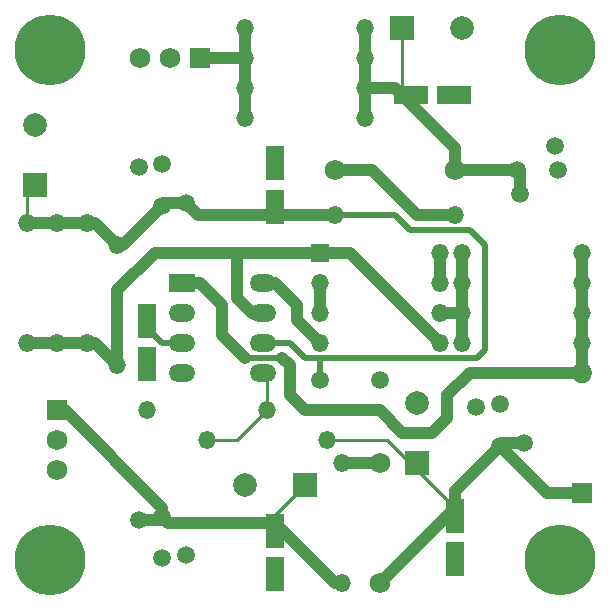
<source format=gtl>
G04 (created by PCBNEW (2013-07-07 BZR 4022)-stable) date 5/10/2015 12:01:35 PM*
%MOIN*%
G04 Gerber Fmt 3.4, Leading zero omitted, Abs format*
%FSLAX34Y34*%
G01*
G70*
G90*
G04 APERTURE LIST*
%ADD10C,0.00590551*%
%ADD11R,0.069X0.069*%
%ADD12C,0.069*%
%ADD13O,0.059X0.059*%
%ADD14R,0.059X0.059*%
%ADD15R,0.0885X0.059*%
%ADD16O,0.0885X0.059*%
%ADD17O,0.069X0.069*%
%ADD18C,0.23622*%
%ADD19R,0.059X0.114*%
%ADD20R,0.114X0.059*%
%ADD21C,0.059*%
%ADD22R,0.079X0.079*%
%ADD23C,0.079*%
%ADD24C,0.04*%
%ADD25C,0.02*%
%ADD26C,0.01*%
G04 APERTURE END LIST*
G54D10*
G54D11*
X70250Y-61500D03*
G54D12*
X68250Y-61500D03*
X69250Y-61500D03*
G54D11*
X65500Y-73250D03*
G54D12*
X65500Y-75250D03*
X65500Y-74250D03*
G54D13*
X74750Y-66750D03*
X78750Y-66750D03*
X71750Y-61500D03*
X75750Y-61500D03*
X71750Y-62500D03*
X75750Y-62500D03*
X75000Y-79000D03*
X75000Y-75000D03*
X71750Y-63500D03*
X75750Y-63500D03*
X71750Y-60500D03*
X75750Y-60500D03*
X74250Y-69000D03*
X78250Y-69000D03*
X74250Y-70000D03*
X78250Y-70000D03*
X72500Y-73250D03*
X68500Y-73250D03*
X74500Y-74250D03*
X70500Y-74250D03*
X83000Y-68000D03*
X79000Y-68000D03*
X78250Y-68000D03*
G54D14*
X74250Y-68000D03*
G54D13*
X83000Y-69000D03*
X79000Y-69000D03*
X64500Y-67000D03*
X64500Y-71000D03*
X67500Y-67750D03*
X67500Y-71750D03*
X66500Y-67000D03*
X66500Y-71000D03*
X65500Y-67000D03*
X65500Y-71000D03*
X83000Y-70000D03*
X79000Y-70000D03*
X83000Y-71000D03*
X79000Y-71000D03*
G54D12*
X76250Y-79000D03*
X76250Y-75000D03*
X78750Y-65250D03*
X74750Y-65250D03*
G54D15*
X69647Y-69000D03*
G54D16*
X69647Y-70000D03*
X69647Y-71000D03*
X69647Y-72000D03*
X72352Y-72000D03*
X72352Y-71000D03*
X72352Y-69000D03*
X72352Y-70000D03*
G54D11*
X83000Y-76000D03*
G54D17*
X83000Y-72000D03*
G54D18*
X65250Y-61250D03*
X82250Y-61250D03*
X65250Y-78250D03*
X82250Y-78250D03*
G54D19*
X72750Y-66475D03*
X72750Y-65025D03*
X78750Y-76775D03*
X78750Y-78225D03*
X72750Y-77275D03*
X72750Y-78725D03*
G54D20*
X77275Y-62750D03*
X78725Y-62750D03*
G54D21*
X69787Y-66340D03*
X68212Y-65159D03*
X69000Y-66438D03*
X69000Y-65061D03*
X81037Y-74340D03*
X79462Y-73159D03*
X80250Y-74438D03*
X80250Y-73061D03*
X68212Y-76909D03*
X69787Y-78090D03*
X69000Y-76811D03*
X69000Y-78188D03*
X80909Y-66037D03*
X82090Y-64462D03*
X80811Y-65250D03*
X82188Y-65250D03*
G54D22*
X73750Y-75750D03*
G54D23*
X71750Y-75750D03*
G54D22*
X77500Y-75000D03*
G54D23*
X77500Y-73000D03*
G54D22*
X64750Y-65750D03*
G54D23*
X64750Y-63750D03*
G54D22*
X77000Y-60500D03*
G54D23*
X79000Y-60500D03*
G54D19*
X68500Y-70275D03*
X68500Y-71725D03*
G54D13*
X78250Y-71000D03*
X74250Y-71000D03*
G54D21*
X74250Y-72250D03*
X76250Y-72250D03*
G54D24*
X78250Y-68000D02*
X78250Y-69000D01*
X74250Y-68000D02*
X75250Y-68000D01*
X77250Y-70000D02*
X78250Y-71000D01*
X75250Y-68000D02*
X77250Y-70000D01*
X72500Y-70000D02*
X72000Y-70000D01*
X71500Y-69500D02*
X71500Y-68000D01*
X72000Y-70000D02*
X71500Y-69500D01*
X67500Y-71750D02*
X67500Y-69250D01*
X68750Y-68000D02*
X71500Y-68000D01*
X71500Y-68000D02*
X74250Y-68000D01*
X67500Y-69250D02*
X68750Y-68000D01*
X66500Y-71000D02*
X66750Y-71000D01*
X66750Y-71000D02*
X67500Y-71750D01*
X65500Y-71000D02*
X66500Y-71000D01*
X64500Y-71000D02*
X65500Y-71000D01*
G54D25*
X68500Y-70000D02*
X68500Y-70500D01*
X69000Y-71000D02*
X69500Y-71000D01*
X68500Y-70500D02*
X69000Y-71000D01*
G54D26*
X70500Y-74250D02*
X71500Y-74250D01*
X71500Y-74250D02*
X72500Y-73250D01*
X72500Y-73250D02*
X72500Y-72000D01*
G54D25*
X74250Y-72250D02*
X74250Y-71500D01*
X74750Y-71500D02*
X74250Y-71500D01*
X74250Y-71500D02*
X73750Y-71500D01*
X76750Y-66750D02*
X77250Y-67250D01*
X77250Y-67250D02*
X79250Y-67250D01*
X79250Y-67250D02*
X79750Y-67750D01*
X79750Y-67750D02*
X79750Y-71250D01*
X79750Y-71250D02*
X79500Y-71500D01*
X79500Y-71500D02*
X74750Y-71500D01*
X74750Y-66750D02*
X76750Y-66750D01*
X73250Y-71000D02*
X72500Y-71000D01*
X73750Y-71500D02*
X73250Y-71000D01*
G54D26*
X64500Y-67000D02*
X64500Y-66000D01*
X64500Y-66000D02*
X64750Y-65750D01*
G54D24*
X66500Y-67000D02*
X66750Y-67000D01*
X66750Y-67000D02*
X67500Y-67750D01*
X65500Y-67000D02*
X66500Y-67000D01*
X64500Y-67000D02*
X65500Y-67000D01*
X69000Y-66438D02*
X67688Y-67750D01*
X67688Y-67750D02*
X67500Y-67750D01*
X69787Y-66340D02*
X70196Y-66750D01*
X70196Y-66750D02*
X72750Y-66750D01*
X69000Y-66438D02*
X69098Y-66340D01*
X69098Y-66340D02*
X69787Y-66340D01*
X72750Y-66750D02*
X74750Y-66750D01*
X77000Y-62750D02*
X78750Y-64500D01*
X78750Y-64500D02*
X78750Y-65250D01*
X78750Y-65250D02*
X80811Y-65250D01*
X80909Y-66037D02*
X80909Y-65348D01*
X80909Y-65348D02*
X80811Y-65250D01*
G54D26*
X77000Y-62750D02*
X77000Y-60500D01*
G54D24*
X75750Y-62500D02*
X76750Y-62500D01*
X76750Y-62500D02*
X77000Y-62750D01*
X75750Y-63500D02*
X75750Y-62500D01*
X75750Y-62500D02*
X75750Y-61500D01*
X75750Y-60500D02*
X75750Y-61500D01*
G54D26*
X72750Y-77000D02*
X72750Y-76750D01*
X72750Y-76750D02*
X73750Y-75750D01*
G54D24*
X75000Y-79000D02*
X74750Y-79000D01*
X74750Y-79000D02*
X72750Y-77000D01*
X72750Y-77000D02*
X69188Y-77000D01*
X69188Y-77000D02*
X69000Y-76811D01*
X68212Y-76909D02*
X68901Y-76909D01*
X68901Y-76909D02*
X69000Y-76811D01*
X65500Y-73250D02*
X65750Y-73250D01*
X69000Y-76500D02*
X69000Y-76811D01*
X65750Y-73250D02*
X69000Y-76500D01*
X74250Y-69000D02*
X74250Y-70000D01*
X74750Y-65250D02*
X75750Y-65250D01*
X77500Y-66750D02*
X78750Y-66750D01*
X76000Y-65250D02*
X77500Y-66750D01*
X75750Y-65250D02*
X76000Y-65250D01*
X76250Y-75000D02*
X75000Y-75000D01*
G54D26*
X76750Y-74500D02*
X76500Y-74250D01*
X76750Y-74500D02*
X77250Y-75000D01*
X77500Y-75000D02*
X77250Y-75000D01*
X75250Y-74250D02*
X74500Y-74250D01*
X76500Y-74250D02*
X75250Y-74250D01*
X77500Y-75000D02*
X77500Y-75250D01*
X77500Y-75250D02*
X78750Y-76500D01*
G54D24*
X76250Y-79000D02*
X78750Y-76500D01*
X80250Y-74438D02*
X78750Y-75938D01*
X78750Y-75938D02*
X78750Y-76500D01*
X81037Y-74340D02*
X80348Y-74340D01*
X80348Y-74340D02*
X80250Y-74438D01*
X83000Y-76000D02*
X81811Y-76000D01*
X81811Y-76000D02*
X80250Y-74438D01*
X72500Y-69000D02*
X72750Y-69000D01*
X73500Y-70250D02*
X74250Y-71000D01*
X73500Y-69750D02*
X73500Y-70250D01*
X72750Y-69000D02*
X73500Y-69750D01*
X78250Y-70000D02*
X79000Y-70000D01*
X79000Y-71000D02*
X79000Y-70000D01*
X79000Y-69000D02*
X79000Y-70000D01*
X79000Y-68000D02*
X79000Y-69000D01*
X73000Y-71500D02*
X73250Y-71750D01*
X69500Y-69000D02*
X70250Y-69000D01*
X71000Y-70750D02*
X71750Y-71500D01*
X71000Y-69750D02*
X71000Y-70750D01*
X70250Y-69000D02*
X71000Y-69750D01*
G54D25*
X71750Y-71500D02*
X73000Y-71500D01*
G54D24*
X79250Y-72000D02*
X83000Y-72000D01*
X78500Y-72750D02*
X79250Y-72000D01*
X78500Y-73500D02*
X78500Y-72750D01*
X78000Y-74000D02*
X78500Y-73500D01*
X77000Y-74000D02*
X78000Y-74000D01*
X76250Y-73250D02*
X77000Y-74000D01*
X73750Y-73250D02*
X76250Y-73250D01*
X73250Y-72750D02*
X73750Y-73250D01*
X73250Y-71750D02*
X73250Y-72750D01*
X83000Y-71000D02*
X83000Y-72000D01*
X83000Y-70000D02*
X83000Y-71000D01*
X83000Y-69000D02*
X83000Y-70000D01*
X83000Y-68000D02*
X83000Y-69000D01*
X70250Y-61500D02*
X71750Y-61500D01*
X71750Y-63500D02*
X71750Y-62500D01*
X71750Y-62500D02*
X71750Y-61500D01*
X71750Y-60500D02*
X71750Y-61500D01*
M02*

</source>
